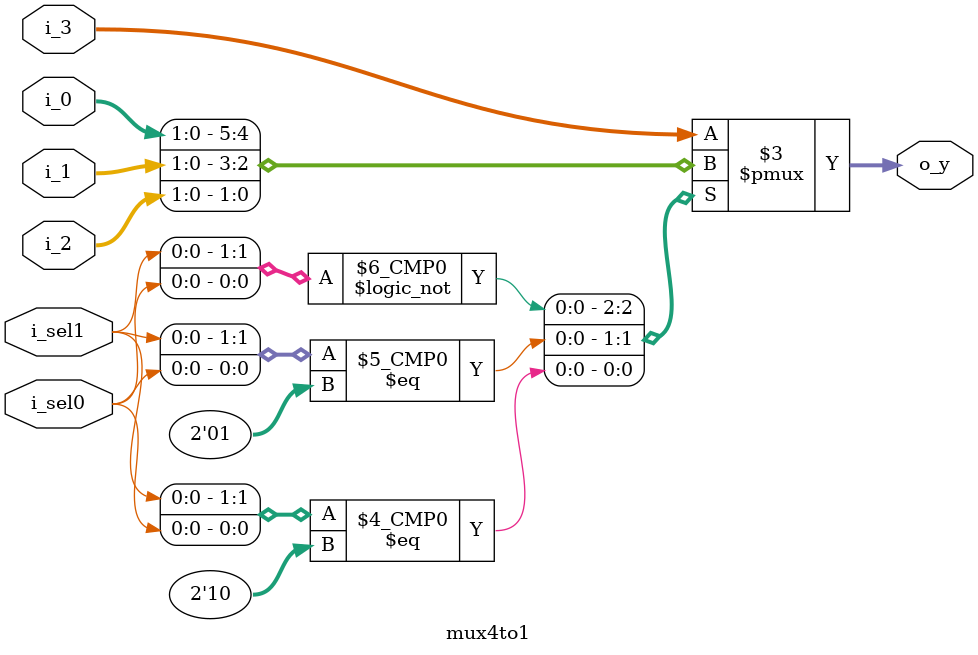
<source format=v>
module mux4to1(
	input i_sel0,
	input i_sel1,
  	input [1:0] i_0,
	input [1:0] i_1,
	input [1:0] i_2,
	input [1:0] i_3,
	output reg [1:0] o_y
);

	always @(i_sel0,i_sel1,i_0,i_1,i_2,i_3) begin
		case({i_sel1,i_sel0})
			2'b00 : begin
				o_y = i_0;
			end
			
			2'b01 : begin
				o_y = i_1;
			end
			
			2'b10 : begin
				o_y = i_2;
			end
				
			default : begin
				o_y = i_3;
			end
		endcase
		
	end
	
endmodule
</source>
